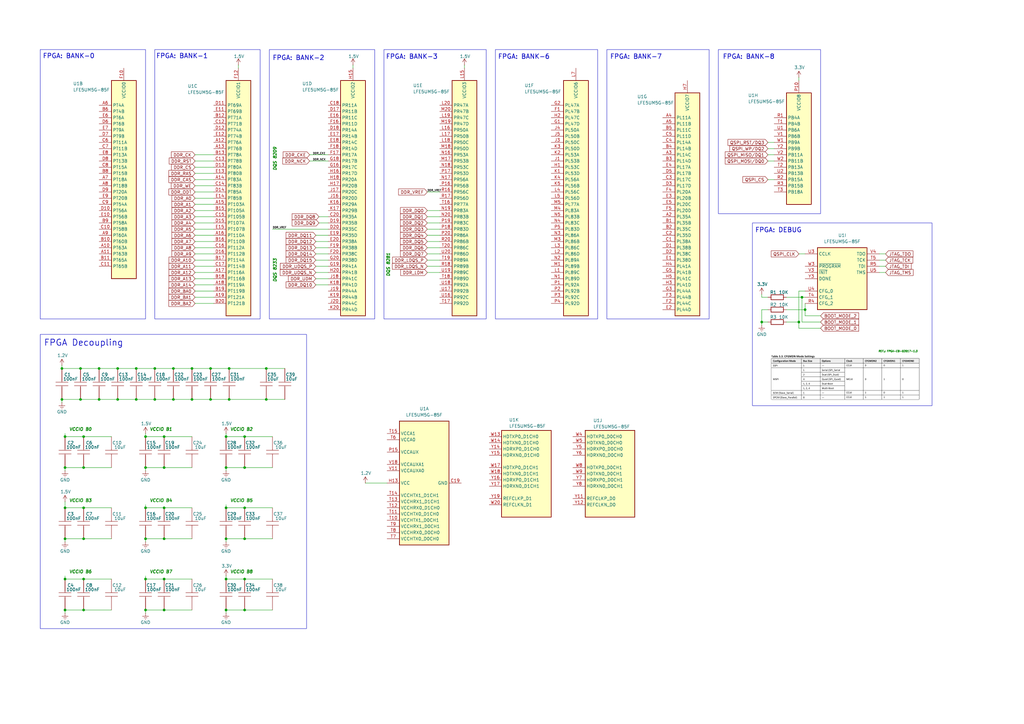
<source format=kicad_sch>
(kicad_sch (version 20250114) (generator "eeschema") (generator_version "9.0")
  (paper "A3")
  (rectangle (start 16.51 20.32) (end 59.69 130.81))
  (rectangle (start 294.64 20.32) (end 336.55 87.63))
  (rectangle (start 157.48 20.32) (end 199.39 130.81))
  (rectangle (start 63.5 20.32) (end 106.68 130.81))
  (rectangle (start 248.92 20.32) (end 290.83 130.81))
  (rectangle (start 203.2 20.32) (end 245.11 130.81))
  (rectangle (start 308.61 91.44) (end 382.27 166.37))
  (rectangle (start 16.51 137.16) (end 125.73 257.81))
  (rectangle (start 110.49 20.32) (end 153.67 130.81))
  (text "VCCIO B2" (at 99.06 176.276 0) (effects (font (size 1.27 1.27) (thickness 0.254) (bold yes) (italic yes))))
  (text "FPGA: BANK-2" (at 122.428 23.876 0) (effects (font (size 1.905 1.905) (thickness 0.254) (bold yes))))
  (text "VCCIO B5" (at 99.06 205.486 0) (effects (font (size 1.27 1.27) (thickness 0.254) (bold yes) (italic yes))))
  (text "FPGA: BANK-0" (at 28.194 23.114 0) (effects (font (size 1.905 1.905) (thickness 0.254) (bold yes))))
  (text "FPGA: BANK-7" (at 260.858 23.368 0) (effects (font (size 1.905 1.905) (thickness 0.254) (bold yes))))
  (text "FPGA: DEBUG" (at 319.278 94.488 0) (effects (font (size 1.905 1.905) (thickness 0.254) (bold yes))))
  (text "DQS 8209" (at 112.776 65.278 90) (effects (font (size 1.27 1.27) (thickness 0.254) (bold yes) (italic yes))))
  (text "VCCIO B7" (at 66.04 234.696 0) (effects (font (size 1.27 1.27) (thickness 0.254) (bold yes) (italic yes))))
  (text "VCCIO B4" (at 66.04 205.486 0) (effects (font (size 1.27 1.27) (thickness 0.254) (bold yes) (italic yes))))
  (text "DQS 8281" (at 159.258 108.712 90) (effects (font (size 1.27 1.27) (thickness 0.254) (bold yes) (italic yes))))
  (text "VCCIO B6" (at 33.02 234.696 0) (effects (font (size 1.27 1.27) (thickness 0.254) (bold yes) (italic yes))))
  (text "VCCIO B1" (at 66.04 176.276 0) (effects (font (size 1.27 1.27) (thickness 0.254) (bold yes) (italic yes))))
  (text "VCCIO B0" (at 33.02 176.276 0) (effects (font (size 1.27 1.27) (thickness 0.254) (bold yes) (italic yes))))
  (text "DQS 8233" (at 112.776 110.998 90) (effects (font (size 1.27 1.27) (thickness 0.254) (bold yes) (italic yes))))
  (text "REF.: FPGA-EB-02017-1.3" (at 368.3 144.272 0) (effects (font (size 0.762 0.762) (thickness 0.254) (bold yes) (italic yes))))
  (text "VCCIO B3" (at 33.02 205.486 0) (effects (font (size 1.27 1.27) (thickness 0.254) (bold yes) (italic yes))))
  (text "FPGA: BANK-1" (at 74.676 23.114 0) (effects (font (size 1.905 1.905) (thickness 0.254) (bold yes))))
  (text "FPGA: BANK-6" (at 214.884 23.368 0) (effects (font (size 1.905 1.905) (thickness 0.254) (bold yes))))
  (text "FPGA: BANK-8" (at 307.086 23.368 0) (effects (font (size 1.905 1.905) (thickness 0.254) (bold yes))))
  (text "FPGA Decoupling" (at 34.29 140.716 0) (effects (font (size 2.54 2.54) (thickness 0.254) (bold yes))))
  (text "FPGA: BANK-3" (at 168.91 23.368 0) (effects (font (size 1.905 1.905) (thickness 0.254) (bold yes))))
  (text "VCCIO B8" (at 99.06 234.696 0) (effects (font (size 1.27 1.27) (thickness 0.254) (bold yes) (italic yes))))
  (junction (at 100.33 250.19))
  (junction (at 67.31 220.98))
  (junction (at 34.29 237.49))
  (junction (at 100.33 220.98))
  (junction (at 63.5 151.13))
  (junction (at 86.36 163.83))
  (junction (at 100.33 208.28))
  (junction (at 67.31 237.49))
  (junction (at 34.29 250.19))
  (junction (at 67.31 179.07))
  (junction (at 328.93 121.92))
  (junction (at 55.88 151.13))
  (junction (at 100.33 237.49))
  (junction (at 26.67 179.07))
  (junction (at 55.88 163.83))
  (junction (at 109.22 151.13))
  (junction (at 92.71 250.19))
  (junction (at 33.02 163.83))
  (junction (at 63.5 163.83))
  (junction (at 59.69 250.19))
  (junction (at 67.31 191.77))
  (junction (at 327.66 132.08))
  (junction (at 100.33 191.77))
  (junction (at 33.02 151.13))
  (junction (at 71.12 163.83))
  (junction (at 93.98 151.13))
  (junction (at 40.64 151.13))
  (junction (at 48.26 163.83))
  (junction (at 92.71 208.28))
  (junction (at 34.29 179.07))
  (junction (at 67.31 208.28))
  (junction (at 93.98 163.83))
  (junction (at 34.29 220.98))
  (junction (at 92.71 179.07))
  (junction (at 59.69 237.49))
  (junction (at 48.26 151.13))
  (junction (at 86.36 151.13))
  (junction (at 109.22 163.83))
  (junction (at 330.2 127))
  (junction (at 34.29 191.77))
  (junction (at 312.42 132.08))
  (junction (at 100.33 179.07))
  (junction (at 71.12 151.13))
  (junction (at 26.67 250.19))
  (junction (at 25.4 163.83))
  (junction (at 34.29 208.28))
  (junction (at 26.67 220.98))
  (junction (at 67.31 250.19))
  (junction (at 59.69 191.77))
  (junction (at 40.64 163.83))
  (junction (at 59.69 208.28))
  (junction (at 26.67 208.28))
  (junction (at 25.4 151.13))
  (junction (at 26.67 237.49))
  (junction (at 92.71 191.77))
  (junction (at 78.74 151.13))
  (junction (at 59.69 179.07))
  (junction (at 92.71 237.49))
  (junction (at 78.74 163.83))
  (junction (at 59.69 220.98))
  (junction (at 92.71 220.98))
  (junction (at 26.67 191.77))
  (wire (pts (xy 80.01 106.68) (xy 87.63 106.68)))
  (wire (pts (xy 67.31 220.98) (xy 78.74 220.98)))
  (wire (pts (xy 59.69 179.07) (xy 59.69 177.8)))
  (wire (pts (xy 360.68 109.22) (xy 363.22 109.22)))
  (wire (pts (xy 40.64 151.13) (xy 48.26 151.13)))
  (wire (pts (xy 130.81 91.44) (xy 134.62 91.44)))
  (wire (pts (xy 336.55 134.62) (xy 327.66 134.62)))
  (wire (pts (xy 59.69 208.28) (xy 59.69 207.01)))
  (wire (pts (xy 314.96 60.96) (xy 317.5 60.96)))
  (wire (pts (xy 175.26 104.14) (xy 180.34 104.14)))
  (wire (pts (xy 80.01 91.44) (xy 87.63 91.44)))
  (wire (pts (xy 67.31 191.77) (xy 78.74 191.77)))
  (wire (pts (xy 190.5 26.67) (xy 190.5 27.94)))
  (wire (pts (xy 80.01 101.6) (xy 87.63 101.6)))
  (wire (pts (xy 129.54 101.6) (xy 134.62 101.6)))
  (wire (pts (xy 59.69 237.49) (xy 67.31 237.49)))
  (wire (pts (xy 71.12 151.13) (xy 78.74 151.13)))
  (wire (pts (xy 59.69 237.49) (xy 59.69 236.22)))
  (wire (pts (xy 97.79 26.67) (xy 97.79 27.94)))
  (wire (pts (xy 80.01 114.3) (xy 87.63 114.3)))
  (wire (pts (xy 26.67 208.28) (xy 26.67 205.74)))
  (wire (pts (xy 26.67 220.98) (xy 26.67 222.25)))
  (wire (pts (xy 100.33 250.19) (xy 111.76 250.19)))
  (wire (pts (xy 86.36 151.13) (xy 93.98 151.13)))
  (wire (pts (xy 59.69 220.98) (xy 59.69 222.25)))
  (wire (pts (xy 109.22 151.13) (xy 116.84 151.13)))
  (wire (pts (xy 336.55 129.54) (xy 330.2 129.54)))
  (wire (pts (xy 144.78 26.67) (xy 144.78 27.94)))
  (wire (pts (xy 109.22 163.83) (xy 116.84 163.83)))
  (wire (pts (xy 59.69 208.28) (xy 67.31 208.28)))
  (wire (pts (xy 314.96 63.5) (xy 317.5 63.5)))
  (wire (pts (xy 80.01 109.22) (xy 87.63 109.22)))
  (wire (pts (xy 92.71 237.49) (xy 92.71 236.22)))
  (wire (pts (xy 327.66 104.14) (xy 330.2 104.14)))
  (wire (pts (xy 80.01 96.52) (xy 87.63 96.52)))
  (wire (pts (xy 92.71 191.77) (xy 100.33 191.77)))
  (wire (pts (xy 80.01 93.98) (xy 87.63 93.98)))
  (wire (pts (xy 129.54 104.14) (xy 134.62 104.14)))
  (wire (pts (xy 175.26 99.06) (xy 180.34 99.06)))
  (wire (pts (xy 59.69 191.77) (xy 67.31 191.77)))
  (wire (pts (xy 25.4 151.13) (xy 25.4 149.86)))
  (wire (pts (xy 129.54 116.84) (xy 134.62 116.84)))
  (wire (pts (xy 55.88 163.83) (xy 63.5 163.83)))
  (wire (pts (xy 25.4 163.83) (xy 33.02 163.83)))
  (wire (pts (xy 63.5 163.83) (xy 71.12 163.83)))
  (wire (pts (xy 127 63.5) (xy 134.62 63.5)))
  (wire (pts (xy 175.26 109.22) (xy 180.34 109.22)))
  (wire (pts (xy 100.33 179.07) (xy 111.76 179.07)))
  (wire (pts (xy 175.26 88.9) (xy 180.34 88.9)))
  (wire (pts (xy 34.29 191.77) (xy 45.72 191.77)))
  (wire (pts (xy 312.42 121.92) (xy 314.96 121.92)))
  (wire (pts (xy 86.36 163.83) (xy 93.98 163.83)))
  (wire (pts (xy 330.2 129.54) (xy 330.2 127)))
  (wire (pts (xy 328.93 121.92) (xy 330.2 121.92)))
  (wire (pts (xy 175.26 78.74) (xy 180.34 78.74)))
  (wire (pts (xy 175.26 101.6) (xy 180.34 101.6)))
  (wire (pts (xy 59.69 250.19) (xy 59.69 251.46)))
  (wire (pts (xy 80.01 119.38) (xy 87.63 119.38)))
  (wire (pts (xy 312.42 132.08) (xy 312.42 133.35)))
  (wire (pts (xy 328.93 132.08) (xy 328.93 121.92)))
  (wire (pts (xy 26.67 237.49) (xy 34.29 237.49)))
  (wire (pts (xy 80.01 83.82) (xy 87.63 83.82)))
  (wire (pts (xy 130.81 88.9) (xy 134.62 88.9)))
  (wire (pts (xy 93.98 163.83) (xy 109.22 163.83)))
  (wire (pts (xy 80.01 66.04) (xy 87.63 66.04)))
  (wire (pts (xy 327.66 31.75) (xy 327.66 33.02)))
  (wire (pts (xy 92.71 220.98) (xy 100.33 220.98)))
  (wire (pts (xy 80.01 111.76) (xy 87.63 111.76)))
  (wire (pts (xy 330.2 127) (xy 330.2 124.46)))
  (wire (pts (xy 80.01 124.46) (xy 87.63 124.46)))
  (wire (pts (xy 93.98 151.13) (xy 109.22 151.13)))
  (wire (pts (xy 314.96 58.42) (xy 317.5 58.42)))
  (wire (pts (xy 360.68 111.76) (xy 363.22 111.76)))
  (wire (pts (xy 26.67 250.19) (xy 26.67 251.46)))
  (wire (pts (xy 80.01 78.74) (xy 87.63 78.74)))
  (wire (pts (xy 100.33 220.98) (xy 111.76 220.98)))
  (wire (pts (xy 312.42 121.92) (xy 312.42 120.65)))
  (wire (pts (xy 327.66 134.62) (xy 327.66 132.08)))
  (wire (pts (xy 33.02 163.83) (xy 40.64 163.83)))
  (wire (pts (xy 127 66.04) (xy 134.62 66.04)))
  (wire (pts (xy 92.71 208.28) (xy 92.71 207.01)))
  (wire (pts (xy 48.26 151.13) (xy 55.88 151.13)))
  (wire (pts (xy 129.54 114.3) (xy 134.62 114.3)))
  (wire (pts (xy 78.74 163.83) (xy 86.36 163.83)))
  (wire (pts (xy 312.42 132.08) (xy 314.96 132.08)))
  (wire (pts (xy 26.67 179.07) (xy 34.29 179.07)))
  (wire (pts (xy 67.31 179.07) (xy 78.74 179.07)))
  (wire (pts (xy 175.26 93.98) (xy 180.34 93.98)))
  (wire (pts (xy 100.33 191.77) (xy 111.76 191.77)))
  (wire (pts (xy 71.12 163.83) (xy 78.74 163.83)))
  (wire (pts (xy 175.26 86.36) (xy 180.34 86.36)))
  (wire (pts (xy 92.71 179.07) (xy 100.33 179.07)))
  (wire (pts (xy 63.5 151.13) (xy 71.12 151.13)))
  (wire (pts (xy 175.26 91.44) (xy 180.34 91.44)))
  (wire (pts (xy 322.58 132.08) (xy 327.66 132.08)))
  (wire (pts (xy 59.69 220.98) (xy 67.31 220.98)))
  (wire (pts (xy 78.74 151.13) (xy 86.36 151.13)))
  (wire (pts (xy 67.31 237.49) (xy 78.74 237.49)))
  (wire (pts (xy 80.01 63.5) (xy 87.63 63.5)))
  (wire (pts (xy 322.58 121.92) (xy 328.93 121.92)))
  (wire (pts (xy 26.67 220.98) (xy 34.29 220.98)))
  (wire (pts (xy 34.29 208.28) (xy 45.72 208.28)))
  (wire (pts (xy 67.31 250.19) (xy 78.74 250.19)))
  (wire (pts (xy 129.54 109.22) (xy 134.62 109.22)))
  (wire (pts (xy 26.67 208.28) (xy 34.29 208.28)))
  (wire (pts (xy 48.26 163.83) (xy 55.88 163.83)))
  (wire (pts (xy 34.29 250.19) (xy 45.72 250.19)))
  (wire (pts (xy 26.67 237.49) (xy 26.67 236.22)))
  (wire (pts (xy 360.68 104.14) (xy 363.22 104.14)))
  (wire (pts (xy 175.26 96.52) (xy 180.34 96.52)))
  (wire (pts (xy 327.66 119.38) (xy 330.2 119.38)))
  (wire (pts (xy 80.01 86.36) (xy 87.63 86.36)))
  (wire (pts (xy 149.86 198.12) (xy 158.75 198.12)))
  (wire (pts (xy 92.71 191.77) (xy 92.71 193.04)))
  (wire (pts (xy 80.01 99.06) (xy 87.63 99.06)))
  (wire (pts (xy 100.33 237.49) (xy 111.76 237.49)))
  (wire (pts (xy 314.96 73.66) (xy 317.5 73.66)))
  (wire (pts (xy 314.96 66.04) (xy 317.5 66.04)))
  (wire (pts (xy 327.66 132.08) (xy 327.66 119.38)))
  (wire (pts (xy 314.96 127) (xy 312.42 127)))
  (wire (pts (xy 100.33 208.28) (xy 111.76 208.28)))
  (wire (pts (xy 26.67 250.19) (xy 34.29 250.19)))
  (wire (pts (xy 80.01 76.2) (xy 87.63 76.2)))
  (wire (pts (xy 80.01 116.84) (xy 87.63 116.84)))
  (wire (pts (xy 25.4 163.83) (xy 25.4 165.1)))
  (wire (pts (xy 80.01 73.66) (xy 87.63 73.66)))
  (wire (pts (xy 322.58 127) (xy 330.2 127)))
  (wire (pts (xy 26.67 191.77) (xy 34.29 191.77)))
  (wire (pts (xy 92.71 237.49) (xy 100.33 237.49)))
  (wire (pts (xy 34.29 179.07) (xy 45.72 179.07)))
  (wire (pts (xy 80.01 104.14) (xy 87.63 104.14)))
  (wire (pts (xy 80.01 88.9) (xy 87.63 88.9)))
  (wire (pts (xy 92.71 208.28) (xy 100.33 208.28)))
  (wire (pts (xy 80.01 121.92) (xy 87.63 121.92)))
  (wire (pts (xy 80.01 71.12) (xy 87.63 71.12)))
  (wire (pts (xy 92.71 250.19) (xy 100.33 250.19)))
  (wire (pts (xy 92.71 179.07) (xy 92.71 177.8)))
  (wire (pts (xy 312.42 127) (xy 312.42 132.08)))
  (wire (pts (xy 129.54 96.52) (xy 134.62 96.52)))
  (wire (pts (xy 26.67 191.77) (xy 26.67 193.04)))
  (wire (pts (xy 175.26 111.76) (xy 180.34 111.76)))
  (wire (pts (xy 80.01 68.58) (xy 87.63 68.58)))
  (wire (pts (xy 34.29 220.98) (xy 45.72 220.98)))
  (wire (pts (xy 59.69 250.19) (xy 67.31 250.19)))
  (wire (pts (xy 40.64 163.83) (xy 48.26 163.83)))
  (wire (pts (xy 336.55 132.08) (xy 328.93 132.08)))
  (wire (pts (xy 129.54 106.68) (xy 134.62 106.68)))
  (wire (pts (xy 59.69 179.07) (xy 67.31 179.07)))
  (wire (pts (xy 55.88 151.13) (xy 63.5 151.13)))
  (wire (pts (xy 92.71 250.19) (xy 92.71 251.46)))
  (wire (pts (xy 80.01 81.28) (xy 87.63 81.28)))
  (wire (pts (xy 26.67 179.07) (xy 26.67 177.8)))
  (wire (pts (xy 360.68 106.68) (xy 363.22 106.68)))
  (wire (pts (xy 25.4 151.13) (xy 33.02 151.13)))
  (wire (pts (xy 129.54 99.06) (xy 134.62 99.06)))
  (wire (pts (xy 59.69 191.77) (xy 59.69 193.04)))
  (wire (pts (xy 111.76 93.98) (xy 134.62 93.98)))
  (wire (pts (xy 129.54 111.76) (xy 134.62 111.76)))
  (wire (pts (xy 33.02 151.13) (xy 40.64 151.13)))
  (wire (pts (xy 175.26 106.68) (xy 180.34 106.68)))
  (wire (pts (xy 92.71 220.98) (xy 92.71 222.25)))
  (wire (pts (xy 67.31 208.28) (xy 78.74 208.28)))
  (wire (pts (xy 34.29 237.49) (xy 45.72 237.49)))
  (image (at 346.71 154.94) (scale 0.224921))
  (label "DDR_NCK" (at 128.27 66.04 0) (effects (font (size 0.762 0.762))))
  (label "DDR_VREF" (at 111.76 93.98 0) (effects (font (size 0.762 0.762) (thickness 0.1524) (bold yes))))
  (label "DDR_CKE" (at 128.27 63.5 0) (effects (font (size 0.762 0.762))))
  (label "DDR_VREF" (at 175.26 78.74 0) (effects (font (size 0.762 0.762) (thickness 0.1524) (bold yes))))
  (global_label "DDR_A14" (shape input) (at 80.01 116.84 180) (property "Intersheetrefs" "${INTERSHEET_REFS}" (effects (hide yes))))
  (global_label "DDR_DQ10" (shape input) (at 129.54 116.84 180) (effects (font (thickness 0.1588))) (property "Intersheetrefs" "${INTERSHEET_REFS}" (effects (hide yes))))
  (global_label "BOOT_MODE_0" (shape input) (at 336.55 134.62 0) (property "Intersheetrefs" "${INTERSHEET_REFS}" (effects (hide yes))))
  (global_label "JTAG_TMS" (shape input) (at 363.22 111.76 0) (property "Intersheetrefs" "${INTERSHEET_REFS}" (effects (hide yes))))
  (global_label "DDR_DQ13" (shape input) (at 129.54 101.6 180) (property "Intersheetrefs" "${INTERSHEET_REFS}" (effects (hide yes))))
  (global_label "QSPI_CS" (shape input) (at 314.96 73.66 180) (property "Intersheetrefs" "${INTERSHEET_REFS}" (effects (hide yes))))
  (global_label "DDR_LDQS_N" (shape input) (at 175.26 109.22 180) (property "Intersheetrefs" "${INTERSHEET_REFS}" (effects (hide yes))))
  (global_label "DDR_A0" (shape input) (at 80.01 81.28 180) (property "Intersheetrefs" "${INTERSHEET_REFS}" (effects (hide yes))))
  (global_label "DDR_A8" (shape input) (at 80.01 101.6 180) (property "Intersheetrefs" "${INTERSHEET_REFS}" (effects (hide yes))))
  (global_label "DDR_DQ15" (shape input) (at 129.54 106.68 180) (property "Intersheetrefs" "${INTERSHEET_REFS}" (effects (hide yes))))
  (global_label "DDR_A9" (shape input) (at 80.01 104.14 180) (property "Intersheetrefs" "${INTERSHEET_REFS}" (effects (hide yes))))
  (global_label "DDR_A3" (shape input) (at 80.01 88.9 180) (property "Intersheetrefs" "${INTERSHEET_REFS}" (effects (hide yes))))
  (global_label "DDR_DQ4" (shape input) (at 175.26 96.52 180) (property "Intersheetrefs" "${INTERSHEET_REFS}" (effects (hide yes))))
  (global_label "QSPI_RST{slash}DQ3" (shape input) (at 314.96 58.42 180) (property "Intersheetrefs" "${INTERSHEET_REFS}" (effects (hide yes))))
  (global_label "DDR_A2" (shape input) (at 80.01 86.36 180) (property "Intersheetrefs" "${INTERSHEET_REFS}" (effects (hide yes))))
  (global_label "DDR_DQ7" (shape input) (at 175.26 104.14 180) (property "Intersheetrefs" "${INTERSHEET_REFS}" (effects (hide yes))))
  (global_label "QSPI_WP{slash}DQ2" (shape input) (at 314.96 60.96 180) (property "Intersheetrefs" "${INTERSHEET_REFS}" (effects (hide yes))))
  (global_label "DDR_DQ14" (shape input) (at 129.54 104.14 180) (property "Intersheetrefs" "${INTERSHEET_REFS}" (effects (hide yes))))
  (global_label "DDR_DQ8" (shape input) (at 130.81 88.9 180) (property "Intersheetrefs" "${INTERSHEET_REFS}" (effects (hide yes))))
  (global_label "DDR_LDM" (shape input) (at 175.26 111.76 180) (property "Intersheetrefs" "${INTERSHEET_REFS}" (effects (hide yes))))
  (global_label "DDR_A5" (shape input) (at 80.01 93.98 180) (property "Intersheetrefs" "${INTERSHEET_REFS}" (effects (hide yes))))
  (global_label "DDR_DQ0" (shape input) (at 175.26 86.36 180) (property "Intersheetrefs" "${INTERSHEET_REFS}" (effects (hide yes))))
  (global_label "DDR_RAS" (shape input) (at 80.01 71.12 180) (property "Intersheetrefs" "${INTERSHEET_REFS}" (effects (hide yes))))
  (global_label "DDR_ODT" (shape input) (at 80.01 78.74 180) (property "Intersheetrefs" "${INTERSHEET_REFS}" (effects (hide yes))))
  (global_label "BOOT_MODE_2" (shape input) (at 336.55 129.54 0) (property "Intersheetrefs" "${INTERSHEET_REFS}" (effects (hide yes))))
  (global_label "DDR_BA1" (shape input) (at 80.01 121.92 180) (property "Intersheetrefs" "${INTERSHEET_REFS}" (effects (hide yes))))
  (global_label "QSPI_MISO{slash}DQ1" (shape input) (at 314.96 63.5 180) (property "Intersheetrefs" "${INTERSHEET_REFS}" (effects (hide yes))))
  (global_label "DDR_LDQS_P" (shape input) (at 175.26 106.68 180) (property "Intersheetrefs" "${INTERSHEET_REFS}" (effects (hide yes))))
  (global_label "BOOT_MODE_1" (shape input) (at 336.55 132.08 0) (property "Intersheetrefs" "${INTERSHEET_REFS}" (effects (hide yes))))
  (global_label "DDR_A1" (shape input) (at 80.01 83.82 180) (property "Intersheetrefs" "${INTERSHEET_REFS}" (effects (hide yes))))
  (global_label "DDR_CAS" (shape input) (at 80.01 73.66 180) (property "Intersheetrefs" "${INTERSHEET_REFS}" (effects (hide yes))))
  (global_label "QSPI_MOSI{slash}DQ0" (shape input) (at 314.96 66.04 180) (property "Intersheetrefs" "${INTERSHEET_REFS}" (effects (hide yes))))
  (global_label "DDR_UDQS_N" (shape input) (at 129.54 111.76 180) (property "Intersheetrefs" "${INTERSHEET_REFS}" (effects (hide yes))))
  (global_label "DDR_A10" (shape input) (at 80.01 106.68 180) (property "Intersheetrefs" "${INTERSHEET_REFS}" (effects (hide yes))))
  (global_label "DDR_RST" (shape input) (at 80.01 66.04 180) (property "Intersheetrefs" "${INTERSHEET_REFS}" (effects (hide yes))))
  (global_label "DDR_CKE" (shape input) (at 127 63.5 180) (property "Intersheetrefs" "${INTERSHEET_REFS}" (effects (hide yes))))
  (global_label "DDR_DQ2" (shape input) (at 175.26 91.44 180) (property "Intersheetrefs" "${INTERSHEET_REFS}" (effects (hide yes))))
  (global_label "DDR_NCK" (shape input) (at 127 66.04 180) (property "Intersheetrefs" "${INTERSHEET_REFS}" (effects (hide yes))))
  (global_label "DDR_DQ6" (shape input) (at 175.26 101.6 180) (property "Intersheetrefs" "${INTERSHEET_REFS}" (effects (hide yes))))
  (global_label "JTAG_TDO" (shape input) (at 363.22 104.14 0) (property "Intersheetrefs" "${INTERSHEET_REFS}" (effects (hide yes))))
  (global_label "DDR_WE" (shape input) (at 80.01 76.2 180) (property "Intersheetrefs" "${INTERSHEET_REFS}" (effects (hide yes))))
  (global_label "DDR_CS" (shape input) (at 80.01 68.58 180) (property "Intersheetrefs" "${INTERSHEET_REFS}" (effects (hide yes))))
  (global_label "DDR_A7" (shape input) (at 80.01 99.06 180) (property "Intersheetrefs" "${INTERSHEET_REFS}" (effects (hide yes))))
  (global_label "JTAG_TCK" (shape input) (at 363.22 106.68 0) (property "Intersheetrefs" "${INTERSHEET_REFS}" (effects (hide yes))))
  (global_label "DDR_UDQS_P" (shape input) (at 129.54 109.22 180) (property "Intersheetrefs" "${INTERSHEET_REFS}" (effects (hide yes))))
  (global_label "DDR_A4" (shape input) (at 80.01 91.44 180) (property "Intersheetrefs" "${INTERSHEET_REFS}" (effects (hide yes))))
  (global_label "DDR_A6" (shape input) (at 80.01 96.52 180) (property "Intersheetrefs" "${INTERSHEET_REFS}" (effects (hide yes))))
  (global_label "DDR_VREF" (shape input) (at 175.26 78.74 180) (property "Intersheetrefs" "${INTERSHEET_REFS}" (effects (hide yes))))
  (global_label "DDR_DQ12" (shape input) (at 129.54 99.06 180) (property "Intersheetrefs" "${INTERSHEET_REFS}" (effects (hide yes))))
  (global_label "DDR_DQ11" (shape input) (at 129.54 96.52 180) (property "Intersheetrefs" "${INTERSHEET_REFS}" (effects (hide yes))))
  (global_label "QSPI_CLK" (shape input) (at 327.66 104.14 180) (property "Intersheetrefs" "${INTERSHEET_REFS}" (effects (hide yes))))
  (global_label "DDR_DQ3" (shape input) (at 175.26 93.98 180) (property "Intersheetrefs" "${INTERSHEET_REFS}" (effects (hide yes))))
  (global_label "DDR_UDM" (shape input) (at 129.54 114.3 180) (property "Intersheetrefs" "${INTERSHEET_REFS}" (effects (hide yes))))
  (global_label "DDR_A11" (shape input) (at 80.01 109.22 180) (property "Intersheetrefs" "${INTERSHEET_REFS}" (effects (hide yes))))
  (global_label "DDR_A13" (shape input) (at 80.01 114.3 180) (property "Intersheetrefs" "${INTERSHEET_REFS}" (effects (hide yes))))
  (global_label "DDR_DQ5" (shape input) (at 175.26 99.06 180) (property "Intersheetrefs" "${INTERSHEET_REFS}" (effects (hide yes))))
  (global_label "JTAG_TDI" (shape input) (at 363.22 109.22 0) (property "Intersheetrefs" "${INTERSHEET_REFS}" (effects (hide yes))))
  (global_label "DDR_DQ9" (shape input) (at 130.81 91.44 180) (property "Intersheetrefs" "${INTERSHEET_REFS}" (effects (hide yes))))
  (global_label "DDR_DQ1" (shape input) (at 175.26 88.9 180) (property "Intersheetrefs" "${INTERSHEET_REFS}" (effects (hide yes))))
  (global_label "DDR_CK" (shape input) (at 80.01 63.5 180) (property "Intersheetrefs" "${INTERSHEET_REFS}" (effects (hide yes))))
  (global_label "DDR_BA2" (shape input) (at 80.01 124.46 180) (property "Intersheetrefs" "${INTERSHEET_REFS}" (effects (hide yes))))
  (global_label "DDR_BA0" (shape input) (at 80.01 119.38 180) (property "Intersheetrefs" "${INTERSHEET_REFS}" (effects (hide yes))))
  (global_label "DDR_A12" (shape input) (at 80.01 111.76 180) (property "Intersheetrefs" "${INTERSHEET_REFS}" (effects (hide yes))))
  (symbol (lib_id "power:Earth") (at 92.71 222.25 0) (unit 1)
    (property "Reference" "#PWR013" (effects (hide yes)))
    (property "Value" "GND" (at 92.71 226.06 0))
    (property "Description" "Power symbol creates a global label with name \"Earth\"" (effects (hide yes)))
  )
  (symbol (lib_id "Device:R") (at 318.77 132.08 90) (unit 1)
    (property "Reference" "R3" (at 318.516 130.048 90) (effects (justify left)))
    (property "Value" "10K" (at 323.342 130.048 90) (effects (justify left)))
    (property "Footprint" "Resistor_SMD:R_0402_1005Metric" (effects (hide yes)))
    (property "Description" "Resistor" (effects (hide yes)))
    (property "Manufacturer" "Würth Elektronik" (effects (hide yes)))
    (property "MPN" "560112110020" (effects (hide yes)))
  )
  (symbol (lib_id "RA8M1:885012205092") (at 100.33 191.77 90) (unit 1)
    (property "Reference" "C32" (at 102.616 181.61 90))
    (property "Value" "100nF" (at 103.886 183.388 90))
    (property "Footprint" "Capacitor_SMD:C_0402_1005Metric" (effects (hide yes)))
    (property "Height" "0.7" (effects (hide yes)))
    (property "Manufacturer" "Wurth Elektronik" (effects (hide yes)))
    (property "MPN" "885012205092" (effects (hide yes)))
  )
  (symbol (lib_id "RA8M1:885012205092") (at 67.31 220.98 90) (unit 1)
    (property "Reference" "C20" (at 69.596 210.82 90))
    (property "Value" "100nF" (at 70.866 212.598 90))
    (property "Footprint" "Capacitor_SMD:C_0402_1005Metric" (effects (hide yes)))
    (property "Height" "0.7" (effects (hide yes)))
    (property "Manufacturer" "Wurth Elektronik" (effects (hide yes)))
    (property "MPN" "885012205092" (effects (hide yes)))
  )
  (symbol (lib_id "RA8M1:885012205092") (at 78.74 163.83 90) (unit 1)
    (property "Reference" "C23" (at 81.026 153.67 90))
    (property "Value" "100nF" (at 82.296 155.448 90))
    (property "Footprint" "Capacitor_SMD:C_0402_1005Metric" (effects (hide yes)))
    (property "Height" "0.7" (effects (hide yes)))
    (property "Manufacturer" "Wurth Elektronik" (effects (hide yes)))
    (property "MPN" "885012205092" (effects (hide yes)))
  )
  (symbol (lib_id "power:Earth") (at 25.4 165.1 0) (unit 1)
    (property "Reference" "#PWR02" (effects (hide yes)))
    (property "Value" "GND" (at 25.4 168.91 0))
    (property "Description" "Power symbol creates a global label with name \"Earth\"" (effects (hide yes)))
  )
  (symbol (lib_id "FPGA_Lattice:LFE5UM5G-85F-8BG381x") (at 215.9 194.31 0) (unit 11)
    (property "Reference" "U1" (at 208.788 172.212 0) (effects (justify left)))
    (property "Value" "LFE5UM5G-85F" (at 208.788 174.752 0) (effects (justify left)))
    (property "Footprint" "Package_BGA:Lattice_caBGA-381_17x17mm_Layout20x20_P0.8mm" (effects (hide yes)))
    (property "Datasheet" "https://www.latticesemi.com/view_document?document_id=50461" (effects (hide yes)))
    (property "Description" "ECP5-5G FPGA, 84K LUTs, 1.2V, 5Gbps SERDES, BGA-381" (effects (hide yes)))
    (property "Manufacturer" "Lattice" (effects (hide yes)))
    (property "MPN" "LFE5UM5G-85F-8BG381I" (effects (hide yes)))
  )
  (symbol (lib_id "RA8M1:885012205092") (at 111.76 220.98 90) (unit 1)
    (property "Reference" "C37" (at 114.046 210.82 90))
    (property "Value" "10uF" (at 115.316 212.598 90))
    (property "Footprint" "Capacitor_SMD:C_0402_1005Metric" (effects (hide yes)))
    (property "Height" "0.7" (effects (hide yes)))
    (property "Manufacturer" "Wurth Elektronik" (effects (hide yes)))
    (property "MPN" "885012105020" (effects (hide yes)))
  )
  (symbol (lib_id "FPGA_Lattice:LFE5UM5G-85F-8BG381x") (at 327.66 60.96 0) (unit 8)
    (property "Reference" "U1" (at 306.832 39.116 0) (effects (justify left)))
    (property "Value" "LFE5UM5G-85F" (at 306.832 41.656 0) (effects (justify left)))
    (property "Footprint" "Package_BGA:Lattice_caBGA-381_17x17mm_Layout20x20_P0.8mm" (effects (hide yes)))
    (property "Datasheet" "https://www.latticesemi.com/view_document?document_id=50461" (effects (hide yes)))
    (property "Description" "ECP5-5G FPGA, 84K LUTs, 1.2V, 5Gbps SERDES, BGA-381" (effects (hide yes)))
    (property "Manufacturer" "Lattice" (effects (hide yes)))
    (property "MPN" "LFE5UM5G-85F-8BG381I" (effects (hide yes)))
  )
  (symbol (lib_id "FPGA_Lattice:LFE5UM5G-85F-8BG381x") (at 173.99 198.12 90) (unit 1)
    (property "Reference" "U1" (at 173.99 167.64 90))
    (property "Value" "LFE5UM5G-85F" (at 173.99 170.18 90))
    (property "Footprint" "Package_BGA:Lattice_caBGA-381_17x17mm_Layout20x20_P0.8mm" (effects (hide yes)))
    (property "Datasheet" "https://www.latticesemi.com/view_document?document_id=50461" (effects (hide yes)))
    (property "Description" "ECP5-5G FPGA, 84K LUTs, 1.2V, 5Gbps SERDES, BGA-381" (effects (hide yes)))
    (property "Manufacturer" "Lattice" (effects (hide yes)))
    (property "MPN" "LFE5UM5G-85F-8BG381I" (effects (hide yes)))
  )
  (symbol (lib_id "FPGA_Lattice:LFE5UM5G-85F-8BG381x") (at 236.22 81.28 0) (unit 6)
    (property "Reference" "U1" (at 215.138 35.052 0) (effects (justify left)))
    (property "Value" "LFE5UM5G-85F" (at 215.138 37.592 0) (effects (justify left)))
    (property "Footprint" "Package_BGA:Lattice_caBGA-381_17x17mm_Layout20x20_P0.8mm" (effects (hide yes)))
    (property "Datasheet" "https://www.latticesemi.com/view_document?document_id=50461" (effects (hide yes)))
    (property "Description" "ECP5-5G FPGA, 84K LUTs, 1.2V, 5Gbps SERDES, BGA-381" (effects (hide yes)))
    (property "Manufacturer" "Lattice" (effects (hide yes)))
    (property "MPN" "LFE5UM5G-85F-8BG381I" (effects (hide yes)))
  )
  (symbol (lib_id "power:+1V5") (at 190.5 26.67 0) (unit 1)
    (property "Reference" "#PWR019" (effects (hide yes)))
    (property "Value" "1.5V" (at 190.754 23.114 0))
    (property "Description" "Power symbol creates a global label with name \"+1V5\"" (effects (hide yes)))
  )
  (symbol (lib_id "RA8M1:885012205092") (at 109.22 163.83 90) (unit 1)
    (property "Reference" "C35" (at 111.506 153.67 90))
    (property "Value" "10uF" (at 112.014 155.448 90))
    (property "Footprint" "Capacitor_SMD:C_0402_1005Metric" (effects (hide yes)))
    (property "Height" "0.7" (effects (hide yes)))
    (property "Manufacturer" "Wurth Elektronik" (effects (hide yes)))
    (property "MPN" "885012105020" (effects (hide yes)))
  )
  (symbol (lib_id "RA8M1:885012205092") (at 63.5 163.83 90) (unit 1)
    (property "Reference" "C18" (at 65.786 153.67 90))
    (property "Value" "100nF" (at 67.056 155.448 90))
    (property "Footprint" "Capacitor_SMD:C_0402_1005Metric" (effects (hide yes)))
    (property "Height" "0.7" (effects (hide yes)))
    (property "Manufacturer" "Wurth Elektronik" (effects (hide yes)))
    (property "MPN" "885012205092" (effects (hide yes)))
  )
  (symbol (lib_id "RA8M1:885012205092") (at 33.02 163.83 90) (unit 1)
    (property "Reference" "C5" (at 35.306 153.67 90))
    (property "Value" "100nF" (at 36.576 155.448 90))
    (property "Footprint" "Capacitor_SMD:C_0402_1005Metric" (effects (hide yes)))
    (property "Height" "0.7" (effects (hide yes)))
    (property "Manufacturer" "Wurth Elektronik" (effects (hide yes)))
    (property "MPN" "885012205092" (effects (hide yes)))
  )
  (symbol (lib_id "FPGA_Lattice:LFE5UM5G-85F-8BG381x") (at 250.19 194.31 0) (unit 10)
    (property "Reference" "U1" (at 243.332 172.466 0) (effects (justify left)))
    (property "Value" "LFE5UM5G-85F" (at 243.332 175.006 0) (effects (justify left)))
    (property "Footprint" "Package_BGA:Lattice_caBGA-381_17x17mm_Layout20x20_P0.8mm" (effects (hide yes)))
    (property "Datasheet" "https://www.latticesemi.com/view_document?document_id=50461" (effects (hide yes)))
    (property "Description" "ECP5-5G FPGA, 84K LUTs, 1.2V, 5Gbps SERDES, BGA-381" (effects (hide yes)))
    (property "Manufacturer" "Lattice" (effects (hide yes)))
    (property "MPN" "LFE5UM5G-85F-8BG381I" (effects (hide yes)))
  )
  (symbol (lib_id "power:+1V5") (at 92.71 236.22 0) (unit 1)
    (property "Reference" "#PWR014" (effects (hide yes)))
    (property "Value" "3.3V" (at 92.964 232.156 0))
    (property "Description" "Power symbol creates a global label with name \"+1V5\"" (effects (hide yes)))
  )
  (symbol (lib_id "Device:R") (at 318.77 121.92 90) (unit 1)
    (property "Reference" "R1" (at 318.516 119.888 90) (effects (justify left)))
    (property "Value" "10K" (at 323.342 119.888 90) (effects (justify left)))
    (property "Footprint" "Resistor_SMD:R_0402_1005Metric" (effects (hide yes)))
    (property "Description" "Resistor" (effects (hide yes)))
    (property "Manufacturer" "Würth Elektronik" (effects (hide yes)))
    (property "MPN" "560112110020" (effects (hide yes)))
  )
  (symbol (lib_id "RA8M1:885012205092") (at 48.26 163.83 90) (unit 1)
    (property "Reference" "C13" (at 50.546 153.67 90))
    (property "Value" "100nF" (at 51.816 155.448 90))
    (property "Footprint" "Capacitor_SMD:C_0402_1005Metric" (effects (hide yes)))
    (property "Height" "0.7" (effects (hide yes)))
    (property "Manufacturer" "Wurth Elektronik" (effects (hide yes)))
    (property "MPN" "885012205092" (effects (hide yes)))
  )
  (symbol (lib_id "power:Earth") (at 312.42 133.35 0) (unit 1)
    (property "Reference" "#PWR021" (effects (hide yes)))
    (property "Value" "GND" (at 312.42 137.16 0))
    (property "Description" "Power symbol creates a global label with name \"Earth\"" (effects (hide yes)))
  )
  (symbol (lib_id "power:+1V5") (at 144.78 26.67 0) (unit 1)
    (property "Reference" "#PWR017" (effects (hide yes)))
    (property "Value" "1.5V" (at 145.034 23.114 0))
    (property "Description" "Power symbol creates a global label with name \"+1V5\"" (effects (hide yes)))
  )
  (symbol (lib_id "FPGA_Lattice:LFE5UM5G-85F-8BG381x") (at 190.5 81.28 0) (unit 5)
    (property "Reference" "U1" (at 169.418 35.052 0) (effects (justify left)))
    (property "Value" "LFE5UM5G-85F" (at 169.418 37.592 0) (effects (justify left)))
    (property "Footprint" "Package_BGA:Lattice_caBGA-381_17x17mm_Layout20x20_P0.8mm" (effects (hide yes)))
    (property "Datasheet" "https://www.latticesemi.com/view_document?document_id=50461" (effects (hide yes)))
    (property "Description" "ECP5-5G FPGA, 84K LUTs, 1.2V, 5Gbps SERDES, BGA-381" (effects (hide yes)))
    (property "Manufacturer" "Lattice" (effects (hide yes)))
    (property "MPN" "LFE5UM5G-85F-8BG381I" (effects (hide yes)))
  )
  (symbol (lib_id "RA8M1:885012205092") (at 92.71 220.98 90) (unit 1)
    (property "Reference" "C29" (at 94.996 210.82 90))
    (property "Value" "100nF" (at 96.266 212.598 90))
    (property "Footprint" "Capacitor_SMD:C_0402_1005Metric" (effects (hide yes)))
    (property "Height" "0.7" (effects (hide yes)))
    (property "Manufacturer" "Wurth Elektronik" (effects (hide yes)))
    (property "MPN" "885012205092" (effects (hide yes)))
  )
  (symbol (lib_id "RA8M1:885012205092") (at 34.29 191.77 90) (unit 1)
    (property "Reference" "C6" (at 36.576 181.61 90))
    (property "Value" "100nF" (at 37.846 183.388 90))
    (property "Footprint" "Capacitor_SMD:C_0402_1005Metric" (effects (hide yes)))
    (property "Height" "0.7" (effects (hide yes)))
    (property "Manufacturer" "Wurth Elektronik" (effects (hide yes)))
    (property "MPN" "885012205092" (effects (hide yes)))
  )
  (symbol (lib_id "RA8M1:885012205092") (at 26.67 191.77 90) (unit 1)
    (property "Reference" "C2" (at 28.956 181.61 90))
    (property "Value" "100nF" (at 30.226 183.388 90))
    (property "Footprint" "Capacitor_SMD:C_0402_1005Metric" (effects (hide yes)))
    (property "Height" "0.7" (effects (hide yes)))
    (property "Manufacturer" "Wurth Elektronik" (effects (hide yes)))
    (property "MPN" "885012205092" (effects (hide yes)))
  )
  (symbol (lib_id "RA8M1:885012205092") (at 111.76 191.77 90) (unit 1)
    (property "Reference" "C36" (at 114.046 181.61 90))
    (property "Value" "10uF" (at 115.316 183.388 90))
    (property "Footprint" "Capacitor_SMD:C_0402_1005Metric" (effects (hide yes)))
    (property "Height" "0.7" (effects (hide yes)))
    (property "Manufacturer" "Wurth Elektronik" (effects (hide yes)))
    (property "MPN" "885012105020" (effects (hide yes)))
  )
  (symbol (lib_id "RA8M1:885012205092") (at 34.29 250.19 90) (unit 1)
    (property "Reference" "C8" (at 36.576 240.03 90))
    (property "Value" "100nF" (at 37.846 241.808 90))
    (property "Footprint" "Capacitor_SMD:C_0402_1005Metric" (effects (hide yes)))
    (property "Height" "0.7" (effects (hide yes)))
    (property "Manufacturer" "Wurth Elektronik" (effects (hide yes)))
    (property "MPN" "885012205092" (effects (hide yes)))
  )
  (symbol (lib_id "power:Earth") (at 26.67 251.46 0) (unit 1)
    (property "Reference" "#PWR06" (effects (hide yes)))
    (property "Value" "GND" (at 26.67 255.27 0))
    (property "Description" "Power symbol creates a global label with name \"Earth\"" (effects (hide yes)))
  )
  (symbol (lib_id "FPGA_Lattice:LFE5UM5G-85F-8BG381x") (at 281.94 83.82 0) (unit 7)
    (property "Reference" "U1" (at 261.366 39.624 0) (effects (justify left)))
    (property "Value" "LFE5UM5G-85F" (at 261.366 42.164 0) (effects (justify left)))
    (property "Footprint" "Package_BGA:Lattice_caBGA-381_17x17mm_Layout20x20_P0.8mm" (effects (hide yes)))
    (property "Datasheet" "https://www.latticesemi.com/view_document?document_id=50461" (effects (hide yes)))
    (property "Description" "ECP5-5G FPGA, 84K LUTs, 1.2V, 5Gbps SERDES, BGA-381" (effects (hide yes)))
    (property "Manufacturer" "Lattice" (effects (hide yes)))
    (property "MPN" "LFE5UM5G-85F-8BG381I" (effects (hide yes)))
  )
  (symbol (lib_id "RA8M1:885012205092") (at 55.88 163.83 90) (unit 1)
    (property "Reference" "C14" (at 58.166 153.67 90))
    (property "Value" "100nF" (at 59.436 155.448 90))
    (property "Footprint" "Capacitor_SMD:C_0402_1005Metric" (effects (hide yes)))
    (property "Height" "0.7" (effects (hide yes)))
    (property "Manufacturer" "Wurth Elektronik" (effects (hide yes)))
    (property "MPN" "885012205092" (effects (hide yes)))
  )
  (symbol (lib_id "FPGA_Lattice:LFE5UM5G-85F-8BG381x") (at 144.78 81.28 0) (unit 4)
    (property "Reference" "U1" (at 123.952 34.29 0) (effects (justify left)))
    (property "Value" "LFE5UM5G-85F" (at 123.952 36.83 0) (effects (justify left)))
    (property "Footprint" "Package_BGA:Lattice_caBGA-381_17x17mm_Layout20x20_P0.8mm" (effects (hide yes)))
    (property "Datasheet" "https://www.latticesemi.com/view_document?document_id=50461" (effects (hide yes)))
    (property "Description" "ECP5-5G FPGA, 84K LUTs, 1.2V, 5Gbps SERDES, BGA-381" (effects (hide yes)))
    (property "Manufacturer" "Lattice" (effects (hide yes)))
    (property "MPN" "LFE5UM5G-85F-8BG381I" (effects (hide yes)))
  )
  (symbol (lib_id "power:Earth") (at 59.69 222.25 0) (unit 1)
    (property "Reference" "#PWR09" (effects (hide yes)))
    (property "Value" "GND" (at 59.69 226.06 0))
    (property "Description" "Power symbol creates a global label with name \"Earth\"" (effects (hide yes)))
  )
  (symbol (lib_id "power:Earth") (at 26.67 193.04 0) (unit 1)
    (property "Reference" "#PWR03" (effects (hide yes)))
    (property "Value" "GND" (at 26.67 196.85 0))
    (property "Description" "Power symbol creates a global label with name \"Earth\"" (effects (hide yes)))
  )
  (symbol (lib_id "RA8M1:885012205092") (at 59.69 220.98 90) (unit 1)
    (property "Reference" "C16" (at 61.976 210.82 90))
    (property "Value" "100nF" (at 63.246 212.598 90))
    (property "Footprint" "Capacitor_SMD:C_0402_1005Metric" (effects (hide yes)))
    (property "Height" "0.7" (effects (hide yes)))
    (property "Manufacturer" "Wurth Elektronik" (effects (hide yes)))
    (property "MPN" "885012205092" (effects (hide yes)))
  )
  (symbol (lib_id "power:Earth") (at 26.67 222.25 0) (unit 1)
    (property "Reference" "#PWR05" (effects (hide yes)))
    (property "Value" "GND" (at 26.67 226.06 0))
    (property "Description" "Power symbol creates a global label with name \"Earth\"" (effects (hide yes)))
  )
  (symbol (lib_id "power:Earth") (at 59.69 193.04 0) (unit 1)
    (property "Reference" "#PWR08" (effects (hide yes)))
    (property "Value" "GND" (at 59.69 196.85 0))
    (property "Description" "Power symbol creates a global label with name \"Earth\"" (effects (hide yes)))
  )
  (symbol (lib_id "power:+1V5") (at 327.66 31.75 0) (unit 1)
    (property "Reference" "#PWR022" (effects (hide yes)))
    (property "Value" "3.3V" (at 327.914 27.686 0))
    (property "Description" "Power symbol creates a global label with name \"+1V5\"" (effects (hide yes)))
  )
  (symbol (lib_id "RA8M1:885012205092") (at 111.76 250.19 90) (unit 1)
    (property "Reference" "C38" (at 114.046 240.03 90))
    (property "Value" "10uF" (at 115.316 241.808 90))
    (property "Footprint" "Capacitor_SMD:C_0402_1005Metric" (effects (hide yes)))
    (property "Height" "0.7" (effects (hide yes)))
    (property "Manufacturer" "Wurth Elektronik" (effects (hide yes)))
    (property "MPN" "885012105020" (effects (hide yes)))
  )
  (symbol (lib_id "power:Earth") (at 59.69 251.46 0) (unit 1)
    (property "Reference" "#PWR010" (effects (hide yes)))
    (property "Value" "GND" (at 59.69 255.27 0))
    (property "Description" "Power symbol creates a global label with name \"Earth\"" (effects (hide yes)))
  )
  (symbol (lib_id "RA8M1:885012205092") (at 78.74 250.19 90) (unit 1)
    (property "Reference" "C26" (at 81.026 240.03 90))
    (property "Value" "10uF" (at 82.296 241.808 90))
    (property "Footprint" "Capacitor_SMD:C_0402_1005Metric" (effects (hide yes)))
    (property "Height" "0.7" (effects (hide yes)))
    (property "Manufacturer" "Wurth Elektronik" (effects (hide yes)))
    (property "MPN" "885012105020" (effects (hide yes)))
  )
  (symbol (lib_id "power:+1V5") (at 26.67 205.74 0) (unit 1)
    (property "Reference" "#PWR04" (effects (hide yes)))
    (property "Value" "1.5V" (at 26.924 201.676 0))
    (property "Description" "Power symbol creates a global label with name \"+1V5\"" (effects (hide yes)))
  )
  (symbol (lib_id "power:+1V5") (at 25.4 149.86 0) (unit 1)
    (property "Reference" "#PWR01" (effects (hide yes)))
    (property "Value" "1.2V" (at 25.654 145.796 0))
    (property "Description" "Power symbol creates a global label with name \"+1V5\"" (effects (hide yes)))
  )
  (symbol (lib_id "RA8M1:885012205092") (at 40.64 163.83 90) (unit 1)
    (property "Reference" "C9" (at 42.926 153.67 90))
    (property "Value" "100nF" (at 44.196 155.448 90))
    (property "Footprint" "Capacitor_SMD:C_0402_1005Metric" (effects (hide yes)))
    (property "Height" "0.7" (effects (hide yes)))
    (property "Manufacturer" "Wurth Elektronik" (effects (hide yes)))
    (property "MPN" "885012205092" (effects (hide yes)))
  )
  (symbol (lib_id "RA8M1:885012205092") (at 59.69 250.19 90) (unit 1)
    (property "Reference" "C17" (at 61.976 240.03 90))
    (property "Value" "100nF" (at 63.246 241.808 90))
    (property "Footprint" "Capacitor_SMD:C_0402_1005Metric" (effects (hide yes)))
    (property "Height" "0.7" (effects (hide yes)))
    (property "Manufacturer" "Wurth Elektronik" (effects (hide yes)))
    (property "MPN" "885012205092" (effects (hide yes)))
  )
  (symbol (lib_id "RA8M1:885012205092") (at 67.31 250.19 90) (unit 1)
    (property "Reference" "C21" (at 69.596 240.03 90))
    (property "Value" "100nF" (at 70.866 241.808 90))
    (property "Footprint" "Capacitor_SMD:C_0402_1005Metric" (effects (hide yes)))
    (property "Height" "0.7" (effects (hide yes)))
    (property "Manufacturer" "Wurth Elektronik" (effects (hide yes)))
    (property "MPN" "885012205092" (effects (hide yes)))
  )
  (symbol (lib_id "power:Earth") (at 92.71 193.04 0) (unit 1)
    (property "Reference" "#PWR012" (effects (hide yes)))
    (property "Value" "GND" (at 92.71 196.85 0))
    (property "Description" "Power symbol creates a global label with name \"Earth\"" (effects (hide yes)))
  )
  (symbol (lib_id "FPGA_Lattice:LFE5UM5G-85F-8BG381x") (at 50.8 73.66 0) (unit 2)
    (property "Reference" "U1" (at 29.972 34.29 0) (effects (justify left)))
    (property "Value" "LFE5UM5G-85F" (at 29.972 36.83 0) (effects (justify left)))
    (property "Footprint" "Package_BGA:Lattice_caBGA-381_17x17mm_Layout20x20_P0.8mm" (effects (hide yes)))
    (property "Datasheet" "https://www.latticesemi.com/view_document?document_id=50461" (effects (hide yes)))
    (property "Description" "ECP5-5G FPGA, 84K LUTs, 1.2V, 5Gbps SERDES, BGA-381" (effects (hide yes)))
    (property "Manufacturer" "Lattice" (effects (hide yes)))
    (property "MPN" "LFE5UM5G-85F-8BG381I" (effects (hide yes)))
  )
  (symbol (lib_id "RA8M1:885012205092") (at 92.71 250.19 90) (unit 1)
    (property "Reference" "C30" (at 94.996 240.03 90))
    (property "Value" "100nF" (at 96.266 241.808 90))
    (property "Footprint" "Capacitor_SMD:C_0402_1005Metric" (effects (hide yes)))
    (property "Height" "0.7" (effects (hide yes)))
    (property "Manufacturer" "Wurth Elektronik" (effects (hide yes)))
    (property "MPN" "885012205092" (effects (hide yes)))
  )
  (symbol (lib_id "RA8M1:885012205092") (at 71.12 163.83 90) (unit 1)
    (property "Reference" "C22" (at 73.406 153.67 90))
    (property "Value" "100nF" (at 74.676 155.448 90))
    (property "Footprint" "Capacitor_SMD:C_0402_1005Metric" (effects (hide yes)))
    (property "Height" "0.7" (effects (hide yes)))
    (property "Manufacturer" "Wurth Elektronik" (effects (hide yes)))
    (property "MPN" "885012205092" (effects (hide yes)))
  )
  (symbol (lib_id "RA8M1:885012205092") (at 45.72 220.98 90) (unit 1)
    (property "Reference" "C11" (at 48.006 210.82 90))
    (property "Value" "10uF" (at 49.276 212.598 90))
    (property "Footprint" "Capacitor_SMD:C_0402_1005Metric" (effects (hide yes)))
    (property "Height" "0.7" (effects (hide yes)))
    (property "Manufacturer" "Wurth Elektronik" (effects (hide yes)))
    (property "MPN" "885012105020" (effects (hide yes)))
  )
  (symbol (lib_id "RA8M1:885012205092") (at 78.74 191.77 90) (unit 1)
    (property "Reference" "C24" (at 81.026 181.61 90))
    (property "Value" "10uF" (at 82.296 183.388 90))
    (property "Footprint" "Capacitor_SMD:C_0402_1005Metric" (effects (hide yes)))
    (property "Height" "0.7" (effects (hide yes)))
    (property "Manufacturer" "Wurth Elektronik" (effects (hide yes)))
    (property "MPN" "885012105020" (effects (hide yes)))
  )
  (symbol (lib_id "RA8M1:885012205092") (at 78.74 220.98 90) (unit 1)
    (property "Reference" "C25" (at 81.026 210.82 90))
    (property "Value" "10uF" (at 82.296 212.598 90))
    (property "Footprint" "Capacitor_SMD:C_0402_1005Metric" (effects (hide yes)))
    (property "Height" "0.7" (effects (hide yes)))
    (property "Manufacturer" "Wurth Elektronik" (effects (hide yes)))
    (property "MPN" "885012105020" (effects (hide yes)))
  )
  (symbol (lib_id "power:+1V5") (at 149.86 198.12 0) (unit 1)
    (property "Reference" "#PWR018" (effects (hide yes)))
    (property "Value" "1.2V" (at 150.114 194.056 0))
    (property "Description" "Power symbol creates a global label with name \"+1V5\"" (effects (hide yes)))
  )
  (symbol (lib_id "power:+1V5") (at 97.79 26.67 0) (unit 1)
    (property "Reference" "#PWR016" (effects (hide yes)))
    (property "Value" "1.5V" (at 98.044 23.114 0))
    (property "Description" "Power symbol creates a global label with name \"+1V5\"" (effects (hide yes)))
  )
  (symbol (lib_id "power:+1V5") (at 59.69 177.8 0) (unit 1)
    (property "Reference" "#PWR07" (effects (hide yes)))
    (property "Value" "1.5V" (at 59.944 173.736 0))
    (property "Description" "Power symbol creates a global label with name \"+1V5\"" (effects (hide yes)))
  )
  (symbol (lib_id "RA8M1:885012205092") (at 25.4 163.83 90) (unit 1)
    (property "Reference" "C1" (at 27.686 153.67 90))
    (property "Value" "100nF" (at 28.956 155.448 90))
    (property "Footprint" "Capacitor_SMD:C_0402_1005Metric" (effects (hide yes)))
    (property "Height" "0.7" (effects (hide yes)))
    (property "Manufacturer" "Wurth Elektronik" (effects (hide yes)))
    (property "MPN" "885012205092" (effects (hide yes)))
  )
  (symbol (lib_id "power:+1V5") (at 312.42 120.65 0) (unit 1)
    (property "Reference" "#PWR020" (effects (hide yes)))
    (property "Value" "3.3V" (at 312.674 116.586 0))
    (property "Description" "Power symbol creates a global label with name \"+1V5\"" (effects (hide yes)))
  )
  (symbol (lib_id "RA8M1:885012205092") (at 86.36 163.83 90) (unit 1)
    (property "Reference" "C27" (at 88.646 153.67 90))
    (property "Value" "100nF" (at 89.916 155.448 90))
    (property "Footprint" "Capacitor_SMD:C_0402_1005Metric" (effects (hide yes)))
    (property "Height" "0.7" (effects (hide yes)))
    (property "Manufacturer" "Wurth Elektronik" (effects (hide yes)))
    (property "MPN" "885012205092" (effects (hide yes)))
  )
  (symbol (lib_id "power:Earth") (at 92.71 251.46 0) (unit 1)
    (property "Reference" "#PWR015" (effects (hide yes)))
    (property "Value" "GND" (at 92.71 255.27 0))
    (property "Description" "Power symbol creates a global label with name \"Earth\"" (effects (hide yes)))
  )
  (symbol (lib_id "RA8M1:885012205092") (at 100.33 220.98 90) (unit 1)
    (property "Reference" "C33" (at 102.616 210.82 90))
    (property "Value" "100nF" (at 103.886 212.598 90))
    (property "Footprint" "Capacitor_SMD:C_0402_1005Metric" (effects (hide yes)))
    (property "Height" "0.7" (effects (hide yes)))
    (property "Manufacturer" "Wurth Elektronik" (effects (hide yes)))
    (property "MPN" "885012205092" (effects (hide yes)))
  )
  (symbol (lib_id "RA8M1:885012205092") (at 59.69 191.77 90) (unit 1)
    (property "Reference" "C15" (at 61.976 181.61 90))
    (property "Value" "100nF" (at 63.246 183.388 90))
    (property "Footprint" "Capacitor_SMD:C_0402_1005Metric" (effects (hide yes)))
    (property "Height" "0.7" (effects (hide yes)))
    (property "Manufacturer" "Wurth Elektronik" (effects (hide yes)))
    (property "MPN" "885012205092" (effects (hide yes)))
  )
  (symbol (lib_id "RA8M1:885012205092") (at 45.72 250.19 90) (unit 1)
    (property "Reference" "C12" (at 48.006 240.03 90))
    (property "Value" "10uF" (at 49.276 241.808 90))
    (property "Footprint" "Capacitor_SMD:C_0402_1005Metric" (effects (hide yes)))
    (property "Height" "0.7" (effects (hide yes)))
    (property "Manufacturer" "Wurth Elektronik" (effects (hide yes)))
    (property "MPN" "885012105020" (effects (hide yes)))
  )
  (symbol (lib_id "RA8M1:885012205092") (at 92.71 191.77 90) (unit 1)
    (property "Reference" "C28" (at 94.996 181.61 90))
    (property "Value" "100nF" (at 96.266 183.388 90))
    (property "Footprint" "Capacitor_SMD:C_0402_1005Metric" (effects (hide yes)))
    (property "Height" "0.7" (effects (hide yes)))
    (property "Manufacturer" "Wurth Elektronik" (effects (hide yes)))
    (property "MPN" "885012205092" (effects (hide yes)))
  )
  (symbol (lib_id "RA8M1:885012205092") (at 67.31 191.77 90) (unit 1)
    (property "Reference" "C19" (at 69.596 181.61 90))
    (property "Value" "100nF" (at 70.866 183.388 90))
    (property "Footprint" "Capacitor_SMD:C_0402_1005Metric" (effects (hide yes)))
    (property "Height" "0.7" (effects (hide yes)))
    (property "Manufacturer" "Wurth Elektronik" (effects (hide yes)))
    (property "MPN" "885012205092" (effects (hide yes)))
  )
  (symbol (lib_id "RA8M1:885012205092") (at 26.67 220.98 90) (unit 1)
    (property "Reference" "C3" (at 28.956 210.82 90))
    (property "Value" "100nF" (at 30.226 212.598 90))
    (property "Footprint" "Capacitor_SMD:C_0402_1005Metric" (effects (hide yes)))
    (property "Height" "0.7" (effects (hide yes)))
    (property "Manufacturer" "Wurth Elektronik" (effects (hide yes)))
    (property "MPN" "885012205092" (effects (hide yes)))
  )
  (symbol (lib_id "RA8M1:885012205092") (at 93.98 163.83 90) (unit 1)
    (property "Reference" "C31" (at 96.266 153.67 90))
    (property "Value" "100nF" (at 97.536 155.448 90))
    (property "Footprint" "Capacitor_SMD:C_0402_1005Metric" (effects (hide yes)))
    (property "Height" "0.7" (effects (hide yes)))
    (property "Manufacturer" "Wurth Elektronik" (effects (hide yes)))
    (property "MPN" "885012205092" (effects (hide yes)))
  )
  (symbol (lib_id "Device:R") (at 318.77 127 90) (unit 1)
    (property "Reference" "R2" (at 318.516 124.968 90) (effects (justify left)))
    (property "Value" "10K" (at 323.342 124.968 90) (effects (justify left)))
    (property "Footprint" "Resistor_SMD:R_0402_1005Metric" (effects (hide yes)))
    (property "Description" "Resistor" (effects (hide yes)))
    (property "Manufacturer" "Würth Elektronik" (effects (hide yes)))
    (property "MPN" "560112110020" (effects (hide yes)))
  )
  (symbol (lib_id "RA8M1:885012205092") (at 26.67 250.19 90) (unit 1)
    (property "Reference" "C4" (at 28.956 240.03 90))
    (property "Value" "100nF" (at 30.226 241.808 90))
    (property "Footprint" "Capacitor_SMD:C_0402_1005Metric" (effects (hide yes)))
    (property "Height" "0.7" (effects (hide yes)))
    (property "Manufacturer" "Wurth Elektronik" (effects (hide yes)))
    (property "MPN" "885012205092" (effects (hide yes)))
  )
  (symbol (lib_id "RA8M1:885012205092") (at 34.29 220.98 90) (unit 1)
    (property "Reference" "C7" (at 36.576 210.82 90))
    (property "Value" "100nF" (at 37.846 212.598 90))
    (property "Footprint" "Capacitor_SMD:C_0402_1005Metric" (effects (hide yes)))
    (property "Height" "0.7" (effects (hide yes)))
    (property "Manufacturer" "Wurth Elektronik" (effects (hide yes)))
    (property "MPN" "885012205092" (effects (hide yes)))
  )
  (symbol (lib_id "FPGA_Lattice:LFE5UM5G-85F-8BG381x") (at 97.79 81.28 0) (unit 3)
    (property "Reference" "U1" (at 76.962 35.306 0) (effects (justify left)))
    (property "Value" "LFE5UM5G-85F" (at 76.962 37.846 0) (effects (justify left)))
    (property "Footprint" "Package_BGA:Lattice_caBGA-381_17x17mm_Layout20x20_P0.8mm" (effects (hide yes)))
    (property "Datasheet" "https://www.latticesemi.com/view_document?document_id=50461" (effects (hide yes)))
    (property "Description" "ECP5-5G FPGA, 84K LUTs, 1.2V, 5Gbps SERDES, BGA-381" (effects (hide yes)))
    (property "Manufacturer" "Lattice" (effects (hide yes)))
    (property "MPN" "LFE5UM5G-85F-8BG381I" (effects (hide yes)))
  )
  (symbol (lib_id "power:+1V5") (at 92.71 177.8 0) (unit 1)
    (property "Reference" "#PWR011" (effects (hide yes)))
    (property "Value" "1.5V" (at 92.964 173.736 0))
    (property "Description" "Power symbol creates a global label with name \"+1V5\"" (effects (hide yes)))
  )
  (symbol (lib_id "RA8M1:885012205092") (at 100.33 250.19 90) (unit 1)
    (property "Reference" "C34" (at 102.616 240.03 90))
    (property "Value" "100nF" (at 103.886 241.808 90))
    (property "Footprint" "Capacitor_SMD:C_0402_1005Metric" (effects (hide yes)))
    (property "Height" "0.7" (effects (hide yes)))
    (property "Manufacturer" "Wurth Elektronik" (effects (hide yes)))
    (property "MPN" "885012205092" (effects (hide yes)))
  )
  (symbol (lib_id "FPGA_Lattice:LFE5UM5G-85F-8BG381x") (at 345.44 114.3 0) (unit 9)
    (property "Reference" "U1" (at 345.44 96.52 0))
    (property "Value" "LFE5UM5G-85F" (at 345.44 99.06 0))
    (property "Footprint" "Package_BGA:Lattice_caBGA-381_17x17mm_Layout20x20_P0.8mm" (effects (hide yes)))
    (property "Datasheet" "https://www.latticesemi.com/view_document?document_id=50461" (effects (hide yes)))
    (property "Description" "ECP5-5G FPGA, 84K LUTs, 1.2V, 5Gbps SERDES, BGA-381" (effects (hide yes)))
    (property "Manufacturer" "Lattice" (effects (hide yes)))
    (property "MPN" "LFE5UM5G-85F-8BG381I" (effects (hide yes)))
  )
  (symbol (lib_id "RA8M1:885012205092") (at 45.72 191.77 90) (unit 1)
    (property "Reference" "C10" (at 48.006 181.61 90))
    (property "Value" "10uF" (at 49.276 183.388 90))
    (property "Footprint" "Capacitor_SMD:C_0402_1005Metric" (effects (hide yes)))
    (property "Height" "0.7" (effects (hide yes)))
    (property "Manufacturer" "Wurth Elektronik" (effects (hide yes)))
    (property "MPN" "885012105020" (effects (hide yes)))
  )
  (symbol (lib_id "RA8M1:885012205092") (at 116.84 163.83 90) (unit 1)
    (property "Reference" "C39" (at 119.126 153.67 90))
    (property "Value" "10uF" (at 119.634 155.448 90))
    (property "Footprint" "Capacitor_SMD:C_0402_1005Metric" (effects (hide yes)))
    (property "Height" "0.7" (effects (hide yes)))
    (property "Manufacturer" "Wurth Elektronik" (effects (hide yes)))
    (property "MPN" "885012105020" (effects (hide yes)))
  )
)
</source>
